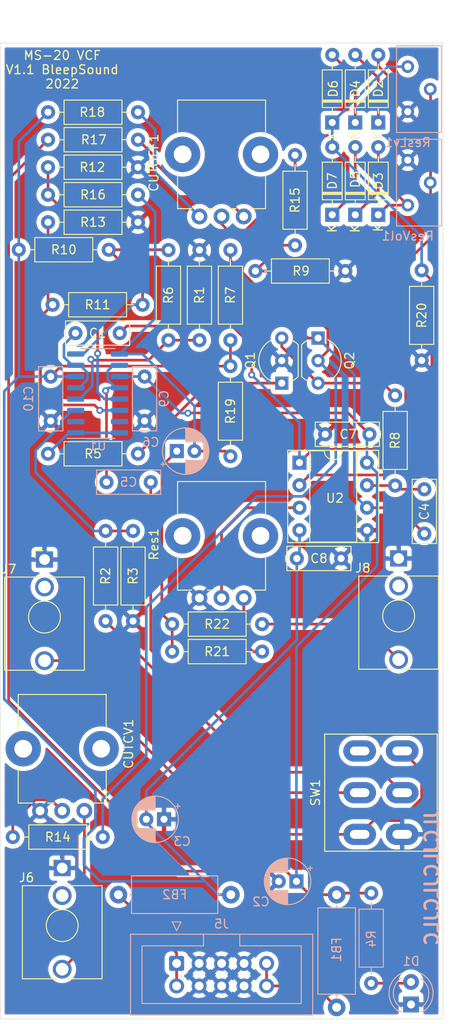
<source format=kicad_pcb>
(kicad_pcb (version 20211014) (generator pcbnew)
  (layers (0 "F.Cu" signal) (31 "B.Cu" signal) (34 "B.Paste" user) (35 "F.Paste" user) (36 "B.SilkS" user "B.Silkscreen") (37 "F.SilkS" user "F.Silkscreen") (38 "B.Mask" user) (39 "F.Mask" user) (44 "Edge.Cuts" user))
  (net 0 "")
  (net 1 "GND")
  (net 2 "+12V")
  (net 3 "-12V")
  (net 4 "Net-(C4-Pad1)")
  (net 5 "Net-(C5-Pad1)")
  (net 6 "Net-(C6-Pad2)")
  (net 7 "Net-(D3-Pad2)")
  (net 8 "Net-(R10-Pad2)")
  (net 9 "Net-(C1-Pad2)")
  (net 10 "Net-(C1-Pad1)")
  (net 11 "Net-(C4-Pad2)")
  (net 12 "/HPass")
  (net 13 "/Out1")
  (net 14 "Net-(CUTCV1-Pad2)")
  (net 15 "/CVIn")
  (net 16 "Net-(CUTOFF1-Pad1)")
  (net 17 "Net-(CUTOFF1-Pad2)")
  (net 18 "Net-(CUTOFF1-Pad3)")
  (net 19 "Net-(D1-Pad2)")
  (net 20 "Net-(D2-Pad2)")
  (net 21 "Net-(D2-Pad1)")
  (net 22 "Net-(D4-Pad1)")
  (net 23 "Net-(D5-Pad2)")
  (net 24 "Net-(D6-Pad1)")
  (net 25 "Net-(FB1-Pad2)")
  (net 26 "Net-(FB2-Pad2)")
  (net 27 "/LPass")
  (net 28 "/Cutoff")
  (net 29 "/ResOut")
  (net 30 "/FilterIn")
  (net 31 "/JackOut")
  (net 32 "Net-(Q1-Pad1)")
  (net 33 "Net-(Q1-Pad3)")
  (net 34 "Net-(R1-Pad2)")
  (net 35 "Net-(R2-Pad2)")
  (net 36 "Net-(R5-Pad2)")
  (net 37 "Net-(R11-Pad2)")
  (net 38 "Net-(R12-Pad2)")
  (net 39 "Net-(R21-Pad1)")
  (footprint "Capacitor_THT:C_Disc_D7.0mm_W2.5mm_P5.00mm" (layer "F.Cu") (at 82.9 86.8 -90)
    (fp_text reference "C4")
    (fp_text value "1nF")
  )
  (footprint "Synth:Pot-bourns-alpha" (layer "F.Cu") (at 44.5 123.05 90)
    (fp_text reference "CUTCV1")
    (fp_text value "100k")
  )
  (footprint "Synth:Pot-bourns-alpha" (layer "F.Cu") (at 62.5 56.05 90)
    (fp_text reference "CUTOFF1")
    (fp_text value "100k")
  )
  (footprint "Diode_THT:D_DO-35_SOD27_P7.62mm_Horizontal" (layer "F.Cu") (at 77.7 45.46 90)
    (fp_text reference "D2")
    (fp_text value "1N4148")
  )
  (footprint "Diode_THT:D_DO-35_SOD27_P7.62mm_Horizontal" (layer "F.Cu") (at 77.7 55.86 90)
    (fp_text reference "D3")
    (fp_text value "1N4148")
  )
  (footprint "Diode_THT:D_DO-35_SOD27_P7.62mm_Horizontal" (layer "F.Cu") (at 75.1 45.46 90)
    (fp_text reference "D4")
    (fp_text value "1N4148")
  )
  (footprint "Diode_THT:D_DO-35_SOD27_P7.62mm_Horizontal" (layer "F.Cu") (at 75.1 55.86 90)
    (fp_text reference "D5")
    (fp_text value "1N4148")
  )
  (footprint "Diode_THT:D_DO-35_SOD27_P7.62mm_Horizontal" (layer "F.Cu") (at 72.5 45.46 90)
    (fp_text reference "D6")
    (fp_text value "1N4148")
  )
  (footprint "Diode_THT:D_DO-35_SOD27_P7.62mm_Horizontal" (layer "F.Cu") (at 72.5 55.86 90)
    (fp_text reference "D7")
    (fp_text value "1N4148")
  )
  (footprint "Synth:Thonkiconn" (layer "F.Cu") (at 42 129.5)
    (fp_text reference "J6")
    (fp_text value "FilterCV1")
  )
  (footprint "Synth:Thonkiconn" (layer "F.Cu") (at 40 94.72)
    (fp_text reference "J7")
    (fp_text value "FilterIn1")
  )
  (footprint "Synth:Thonkiconn" (layer "F.Cu") (at 80 94.6)
    (fp_text reference "J8")
    (fp_text value "FilterOut1")
  )
  (footprint "Package_TO_SOT_THT:TO-92_Inline_Wide" (layer "F.Cu") (at 66.8 74.84 90)
    (fp_text reference "Q1")
    (fp_text value "BC559")
  )
  (footprint "Package_TO_SOT_THT:TO-92_Inline_Wide" (layer "F.Cu") (at 70.9 69.76 -90)
    (fp_text reference "Q2")
    (fp_text value "BC559")
  )
  (footprint "Resistor_THT:R_Axial_DIN0207_L6.3mm_D2.5mm_P10.16mm_Horizontal" (layer "F.Cu") (at 57.5 59.84 -90)
    (fp_text reference "R1")
    (fp_text value "470")
  )
  (footprint "Resistor_THT:R_Axial_DIN0207_L6.3mm_D2.5mm_P10.16mm_Horizontal" (layer "F.Cu") (at 50 101.66 90)
    (fp_text reference "R3")
    (fp_text value "470")
  )
  (footprint "Resistor_THT:R_Axial_DIN0207_L6.3mm_D2.5mm_P10.16mm_Horizontal" (layer "F.Cu") (at 50.56 82.8 180)
    (fp_text reference "R5")
    (fp_text value "2.2k")
  )
  (footprint "Resistor_THT:R_Axial_DIN0207_L6.3mm_D2.5mm_P10.16mm_Horizontal" (layer "F.Cu") (at 54 70 90)
    (fp_text reference "R6")
    (fp_text value "100k")
  )
  (footprint "Resistor_THT:R_Axial_DIN0207_L6.3mm_D2.5mm_P10.16mm_Horizontal" (layer "F.Cu") (at 61 70 90)
    (fp_text reference "R7")
    (fp_text value "100k")
  )
  (footprint "Resistor_THT:R_Axial_DIN0207_L6.3mm_D2.5mm_P10.16mm_Horizontal" (layer "F.Cu") (at 73.98 62.2 180)
    (fp_text reference "R9")
    (fp_text value "2.2k")
  )
  (footprint "Resistor_THT:R_Axial_DIN0207_L6.3mm_D2.5mm_P10.16mm_Horizontal" (layer "F.Cu") (at 51.08 66 180)
    (fp_text reference "R11")
    (fp_text value "100k")
  )
  (footprint "Resistor_THT:R_Axial_DIN0207_L6.3mm_D2.5mm_P10.16mm_Horizontal" (layer "F.Cu") (at 50.56 50.5 180)
    (fp_text reference "R12")
    (fp_text value "470")
  )
  (footprint "Resistor_THT:R_Axial_DIN0207_L6.3mm_D2.5mm_P10.16mm_Horizontal" (layer "F.Cu") (at 50.56 56.7 180)
    (fp_text reference "R13")
    (fp_text value "470")
  )
  (footprint "Resistor_THT:R_Axial_DIN0207_L6.3mm_D2.5mm_P10.16mm_Horizontal" (layer "F.Cu") (at 46.58 126 180)
    (fp_text reference "R14")
    (fp_text value "82k")
  )
  (footprint "Resistor_THT:R_Axial_DIN0207_L6.3mm_D2.5mm_P10.16mm_Horizontal" (layer "F.Cu") (at 68.3 59.3 90)
    (fp_text reference "R15")
    (fp_text value "100k")
  )
  (footprint "Resistor_THT:R_Axial_DIN0207_L6.3mm_D2.5mm_P10.16mm_Horizontal" (layer "F.Cu") (at 40.4 53.6)
    (fp_text reference "R16")
    (fp_text value "100k")
  )
  (footprint "Resistor_THT:R_Axial_DIN0207_L6.3mm_D2.5mm_P10.16mm_Horizontal" (layer "F.Cu") (at 50.56 47.4 180)
    (fp_text reference "R17")
    (fp_text value "33k")
  )
  (footprint "Resistor_THT:R_Axial_DIN0207_L6.3mm_D2.5mm_P10.16mm_Horizontal" (layer "F.Cu") (at 40.4 44.3)
    (fp_text reference "R18")
    (fp_text value "56k")
  )
  (footprint "Resistor_THT:R_Axial_DIN0207_L6.3mm_D2.5mm_P10.16mm_Horizontal" (layer "F.Cu") (at 82.6 72.28 90)
    (fp_text reference "R20")
    (fp_text value "2.2k")
  )
  (footprint "Resistor_THT:R_Axial_DIN0207_L6.3mm_D2.5mm_P10.16mm_Horizontal" (layer "F.Cu") (at 64.58 105.1 180)
    (fp_text reference "R21")
    (fp_text value "1k")
  )
  (footprint "Resistor_THT:R_Axial_DIN0207_L6.3mm_D2.5mm_P10.16mm_Horizontal" (layer "F.Cu") (at 64.58 102 180)
    (fp_text reference "R22")
    (fp_text value "1k")
  )
  (footprint "Synth:Pot-bourns-alpha" (layer "F.Cu") (at 62.5 99.05 90)
    (fp_text reference "Res1")
    (fp_text value "100k")
  )
  (footprint "Synth:SW_DPDT_Toggle" (layer "F.Cu") (at 78 121 90)
    (fp_text reference "SW1")
    (fp_text value "Hpass/Lpass Switch")
  )
  (footprint "Resistor_THT:R_Axial_DIN0207_L6.3mm_D2.5mm_P10.16mm_Horizontal" (layer "F.Cu") (at 79.6 76.22 -90)
    (fp_text reference "R8")
    (fp_text value "1k")
  )
  (footprint "Package_DIP:DIP-8_W7.62mm_Socket" (layer "F.Cu") (at 68.8 83.8)
    (fp_text reference "U2")
    (fp_text value "TL072")
  )
  (footprint "Capacitor_THT:C_Disc_D7.0mm_W2.5mm_P5.00mm" (layer "F.Cu") (at 43.5 69.2)
    (fp_text reference "C1")
    (fp_text value "1nF")
  )
  (footprint "Resistor_THT:R_Axial_DIN0207_L6.3mm_D2.5mm_P10.16mm_Horizontal" (layer "F.Cu") (at 46.9 101.66 90)
    (fp_text reference "R2")
    (fp_text value "100k")
  )
  (footprint "Resistor_THT:R_Axial_DIN0207_L6.3mm_D2.5mm_P10.16mm_Horizontal" (layer "F.Cu") (at 37.1 59.8)
    (fp_text reference "R10")
    (fp_text value "1.8k")
  )
  (footprint "Resistor_THT:R_Axial_DIN0207_L6.3mm_D2.5mm_P10.16mm_Horizontal" (layer "F.Cu") (at 61 72.92 -90)
    (fp_text reference "R19")
    (fp_text value "1.8k")
  )
  (footprint "Capacitor_THT:C_Disc_D7.0mm_W2.5mm_P5.00mm" (layer "F.Cu") (at 76.7 80.6 180)
    (fp_text reference "C7")
    (fp_text value "100nF")
  )
  (footprint "Capacitor_THT:C_Disc_D7.0mm_W2.5mm_P5.00mm" (layer "F.Cu") (at 73.5 94.6 180)
    (fp_text reference "C8")
    (fp_text value "100nF")
  )
  (footprint "Capacitor_THT:CP_Radial_D5.0mm_P2.00mm" (layer "B.Cu") (at 68.455112 131 180)
    (fp_text reference "C2")
    (fp_text value "10uF")
  )
  (footprint "Capacitor_THT:CP_Radial_D5.0mm_P2.00mm" (layer "B.Cu") (at 53.5 124 180)
    (fp_text reference "C3")
    (fp_text value "10uF")
  )
  (footprint "Capacitor_THT:CP_Radial_D5.0mm_P2.00mm" (layer "B.Cu") (at 54.944888 82.5)
    (fp_text reference "C6")
    (fp_text value "10uF")
  )
  (footprint "LED_THT:LED_D4.0mm" (layer "B.Cu") (at 81.4 144.875 90)
    (fp_text reference "D1")
    (fp_text value "LED-12V")
  )
  (footprint "Inductor_THT:L_Axial_L9.5mm_D4.0mm_P12.70mm_Horizontal_Fastron_SMCC" (layer "B.Cu") (at 61.05 132.5 180)
    (fp_text reference "FB2")
    (fp_text value "10R")
  )
  (footprint "Connector_IDC:IDC-Header_2x05_P2.54mm_Vertical" (layer "B.Cu") (at 54.925 140.2475 -90)
    (fp_text reference "J5")
    (fp_text value "Power Input")
  )
  (footprint "Potentiometer_THT:Potentiometer_Bourns_3386X_Horizontal" (layer "B.Cu") (at 81.03 44.24)
    (fp_text reference "ResLv1")
    (fp_text value "10k")
  )
  (footprint "Potentiometer_THT:Potentiometer_Bourns_3386X_Horizontal" (layer "B.Cu") (at 81.03 54.78)
    (fp_text reference "ResVol1")
    (fp_text value "10k")
  )
  (footprint "Resistor_THT:R_Axial_DIN0207_L6.3mm_D2.5mm_P10.16mm_Horizontal" (layer "B.Cu") (at 76.9 132.32 -90)
    (fp_text reference "R4")
    (fp_text value "2.2k")
  )
  (footprint "Inductor_THT:L_Axial_L9.5mm_D4.0mm_P12.70mm_Horizontal_Fastron_SMCC" (layer "B.Cu") (at 73 132.5 -90)
    (fp_text reference "FB1")
    (fp_text value "10R")
  )
  (footprint "Package_SO:SOIC-16_3.9x9.9mm_P1.27mm" (layer "B.Cu") (at 46 76)
    (fp_text reference "U1")
    (fp_text value "LM13700")
  )
  (footprint "Capacitor_THT:C_Disc_D7.0mm_W2.5mm_P5.00mm" (layer "B.Cu") (at 47 86)
    (fp_text reference "C5")
    (fp_text value "1nF")
  )
  (footprint "Capacitor_THT:C_Disc_D7.0mm_W2.5mm_P5.00mm" (layer "B.Cu") (at 51.3 74.1 -90)
    (fp_text reference "C9")
    (fp_text value "100nF")
  )
  (footprint "Capacitor_THT:C_Disc_D7.0mm_W2.5mm_P5.00mm" (layer "B.Cu") (at 40.7 79.1 90)
    (fp_text reference "C10")
    (fp_text value "100nF")
  )
  (gr_line (start 85 36.5) (end 85 146.5) (layer "Edge.Cuts") (width 0.05))
  (gr_line (start 35 36.5) (end 85 36.5) (layer "Edge.Cuts") (width 0.05))
  (gr_line (start 35 36.5) (end 35 146.5) (layer "Edge.Cuts") (width 0.05))
  (gr_line (start 35 146.5) (end 85 146.5) (layer "Edge.Cuts") (width 0.05))
  (gr_text "JLCJLCJLCJLC" (at 83.75 130.5 90) (layer "B.SilkS") (effects (font (size 1.5 1.5) (thickness 0.3)) (justify mirror)))
  (gr_text "MS-20 VCF\nV1.1 BleepSound\n2022" (at 42 39.5) (layer "F.SilkS") (effects (font (size 1 1))))
  (segment (start 56.219954 78.2) (end 56.195388 78.224566) (width 0.3) (layer "F.Cu") (net 2))
  (segment (start 76.9 132.32) (end 73.18 132.32) (width 0.3) (layer "F.Cu") (net 2))
  (segment (start 35.95 110.65) (end 35.95 51.85) (width 0.3) (layer "F.Cu") (net 2))
  (segment (start 69.955112 132.5) (end 68.455112 131) (width 0.3) (layer "F.Cu") (net 2))
  (segment (start 74.3 78.2) (end 56.219954 78.2) (width 0.3) (layer "F.Cu") (net 2))
  (segment (start 73 132.5) (end 69.955112 132.5) (width 0.3) (layer "F.Cu") (net 2))
  (segment (start 35.95 51.85) (end 40.4 47.4) (width 0.3) (layer "F.Cu") (net 2))
  (segment (start 73.18 132.32) (end 73 132.5) (width 0.3) (layer "F.Cu") (net 2))
  (segment (start 67.305112 129.85) (end 55.15 129.85) (width 0.3) (layer "F.Cu") (net 2))
  (segment (start 55.15 129.85) (end 35.95 110.65) (width 0.3) (layer "F.Cu") (net 2))
  (segment (start 68.455112 131) (end 67.305112 129.85) (width 0.3) (layer "F.Cu") (net 2))
  (segment (start 76.7 80.6) (end 74.3 78.2) (width 0.3) (layer "F.Cu") (net 2))
  (via (at 56.195388 78.224566) (size 0.8) (drill 0.4) (layers "F.Cu" "B.Cu") (net 2))
  (segment (start 68.455112 131) (end 68.455112 104.551994) (width 0.3) (layer "B.Cu") (net 2))
  (segment (start 77.57 84.95) (end 76.42 83.8) (width 0.3) (layer "B.Cu") (net 2))
  (segment (start 68.455112 104.551994) (end 77.57 95.437106) (width 0.3) (layer "B.Cu") (net 2))
  (segment (start 51.295 74.095) (end 51.3 74.1) (width 0.3) (layer "B.Cu") (net 2))
  (segment (start 48.475 74.095) (end 51.295 74.095) (width 0.3) (layer "B.Cu") (net 2))
  (segment (start 55.424566 78.224566) (end 51.3 74.1) (width 0.3) (layer "B.Cu") (net 2))
  (segment (start 76.42 80.88) (end 76.7 80.6) (width 0.3) (layer "B.Cu") (net 2))
  (segment (start 56.195388 78.224566) (end 55.424566 78.224566) (width 0.3) (layer "B.Cu") (net 2))
  (segment (start 77.57 95.437106) (end 77.57 84.95) (width 0.3) (layer "B.Cu") (net 2))
  (segment (start 76.42 83.8) (end 76.42 80.88) (width 0.3) (layer "B.Cu") (net 2))
  (segment (start 41.88 72.92) (end 61 72.92) (width 0.3) (layer "F.Cu") (net 3))
  (segment (start 40.7 74.1) (end 41.88 72.92) (width 0.3) (layer "F.Cu") (net 3))
  (segment (start 61 70) (end 61 72.92) (width 0.3) (layer "F.Cu") (net 3))
  (segment (start 35.45 75.75) (end 35.45 110.45) (width 0.3) (layer "B.Cu") (net 3))
  (segment (start 68.8 91.42) (end 68.8 94.3) (width 0.3) (layer "B.Cu") (net 3))
  (segment (start 37.1 59.8) (end 37.1 47.6) (width 0.3) (layer "B.Cu") (net 3))
  (segment (start 44.45 129.15) (end 46.3 131) (width 0.3) (layer "B.Cu") (net 3))
  (segment (start 45.75 120.75) (end 45.75 124.85) (width 0.3) (layer "B.Cu") (net 3))
  (segment (start 37.1 74.1) (end 40.7 74.1) (width 0.3) (layer "B.Cu") (net 3))
  (segment (start 37.1 74.1) (end 35.45 75.75) (width 0.3) (layer "B.Cu") (net 3))
  (segment (start 40.705 74.095) (end 40.7 74.1) (width 0.3) (layer "B.Cu") (net 3))
  (segment (start 68.8 94.3) (end 68.5 94.6) (width 0.3) (layer "B.Cu") (net 3))
  (segment (start 51.5 124) (end 51.5 120.8) (width 0.3) (layer "B.Cu") (net 3))
  (segment (start 61.05 132.5) (end 59.635787 132.5) (width 0.3) (layer "B.Cu") (net 3))
  (segment (start 68.5 103.8) (end 68.5 94.6) (width 0.3) (layer "B.Cu") (net 3))
  (segment (start 46.3 131) (end 58.135787 131) (width 0.3) (layer "B.Cu") (net 3))
  (segment (start 44.45 126.15) (end 44.45 129.15) (width 0.3) (layer "B.Cu") (net 3))
  (segment (start 45.75 124.85) (end 44.45 126.15) (width 0.3) (layer "B.Cu") (net 3))
  (segment (start 35.45 110.45) (end 45.75 120.75) (width 0.3) (layer "B.Cu") (net 3))
  (segment (start 58.135787 131) (end 59.635787 132.5) (width 0.3) (layer "B.Cu") (net 3))
  (segment (start 59.635787 132.5) (end 51.5 124.364213) (width 0.3) (layer "B.Cu") (net 3))
  (segment (start 37.1 47.6) (end 40.4 44.3) (width 0.3) (layer "B.Cu") (net 3))
  (segment (start 51.5 124.364213) (end 51.5 124) (width 0.3) (layer "B.Cu") (net 3))
  (segment (start 43.525 74.095) (end 40.705 74.095) (width 0.3) (layer "B.Cu") (net 3))
  (segment (start 37.1 74.1) (end 37.1 59.8) (width 0.3) (layer "B.Cu") (net 3))
  (segment (start 51.5 120.8) (end 68.5 103.8) (width 0.3) (layer "B.Cu") (net 3))
  (segment (start 79.6 86.38) (end 76.46 86.38) (width 0.3) (layer "F.Cu") (net 4))
  (segment (start 82.9 86.8) (end 80.02 86.8) (width 0.3) (layer "F.Cu") (net 4))
  (segment (start 80.02 86.8) (end 79.6 86.38) (width 0.3) (layer "F.Cu") (net 4))
  (segment (start 76.46 86.38) (end 76.42 86.34) (width 0.3) (layer "F.Cu") (net 4))
  (segment (start 47 75.8) (end 46.9 75.7) (width 0.3) (layer "F.Cu") (net 5))
  (segment (start 47 86) (end 47 75.8) (width 0.3) (layer "F.Cu") (net 5))
  (via (at 46.9 75.7) (size 0.8) (drill 0.4) (layers "F.Cu" "B.Cu") (net 5))
  (segment (start 47.15 74.452107) (end 47.15 73.45) (width 0.3) (layer "B.Cu") (net 5))
  (segment (start 47.15 73.45) (end 47.775 72.825) (width 0.3) (layer "B.Cu") (net 5))
  (segment (start 47.775 72.825) (end 48.475 72.825) (width 0.3) (layer "B.Cu") (net 5))
  (segment (start 48.475 75.365) (end 48.062893 75.365) (width 0.3) (layer "B.Cu") (net 5))
  (segment (start 46.9 75.7) (end 47.235 75.365) (width 0.3) (layer "B.Cu") (net 5))
  (segment (start 47.235 75.365) (end 48.475 75.365) (width 0.3) (layer "B.Cu") (net 5))
  (segment (start 48.062893 75.365) (end 47.15 74.452107) (width 0.3) (layer "B.Cu") (net 5))
  (segment (start 60.42 82.5) (end 61 83.08) (width 0.3) (layer "F.Cu") (net 6))
  (segment (start 56.944888 82.5) (end 60.42 82.5) (width 0.3) (layer "F.Cu") (net 6))
  (segment (start 51.074312 71.555) (end 56.944888 77.425576) (width 0.3) (layer "B.Cu") (net 6))
  (segment (start 52.5 67.53) (end 52.5 55.54) (width 0.3) (layer "B.Cu") (net 6))
  (segment (start 48.475 71.555) (end 51.074312 71.555) (width 0.3) (layer "B.Cu") (net 6))
  (segment (start 52.5 55.54) (end 50.56 53.6) (width 0.3) (layer "B.Cu") (net 6))
  (segment (start 48.475 71.555) (end 52.5 67.53) (width 0.3) (layer "B.Cu") (net 6))
  (segment (start 56.944888 77.425576) (end 56.944888 82.5) (width 0.3) (layer "B.Cu") (net 6))
  (segment (start 77.7 48.24) (end 77.7 53.26) (width 0.3) (layer "F.Cu") (net 7))
  (segment (start 77.7 53.26) (end 75.1 55.86) (width 0.3) (layer "F.Cu") (net 7))
  (segment (start 53.96 59.8) (end 54 59.84) (width 0.3) (layer "F.Cu") (net 8))
  (segment (start 47.26 59.8) (end 53.96 59.8) (width 0.3) (layer "F.Cu") (net 8))
  (segment (start 51.08 66) (end 51.08 63.62) (width 0.3) (layer "F.Cu") (net 8))
  (segment (start 51.08 63.62) (end 47.26 59.8) (width 0.3) (layer "F.Cu") (net 8))
  (segment (start 49.94863 66) (end 44.39363 71.555) (width 0.3) (layer "B.Cu") (net 8))
  (segment (start 51.08 66) (end 49.94863 66) (width 0.3) (layer "B.Cu") (net 8))
  (segment (start 44.39363 71.555) (end 43.525 71.555) (width 0.3) (layer "B.Cu") (net 8))
  (segment (start 49.299999 68.400001) (end 61.200001 68.400001) (width 0.3) (layer "F.Cu") (net 9))
  (segment (start 70.299311 82.300689) (end 68.8 83.8) (width 0.3) (layer "F.Cu") (net 9))
  (segment (start 83.6 41.73) (end 83.57 41.7) (width 0.3) (layer "F.Cu") (net 9))
  (segment (start 83.6 58.5) (end 80.8 61.3) (width 0.3) (layer "F.Cu") (net 9))
  (segment (start 80.8 79.7) (end 78.199311 82.300689) (width 0.3) (layer "F.Cu") (net 9))
  (segment (start 83.6 52.27) (end 83.6 58.5) (width 0.3) (layer "F.Cu") (net 9))
  (segment (start 80.8 61.3) (end 80.8 79.7) (width 0.3) (layer "F.Cu") (net 9))
  (segment (start 83.57 52.24) (end 83.6 52.21) (width 0.3) (layer "F.Cu") (net 9))
  (segment (start 83.57 52.24) (end 83.6 52.27) (width 0.3) (layer "F.Cu") (net 9))
  (segment (start 78.199311 82.300689) (end 70.299311 82.300689) (width 0.3) (layer "F.Cu") (net 9))
  (segment (start 63.4 70.6) (end 63.4 73.9) (width 0.3) (layer "F.Cu") (net 9))
  (segment (start 48.5 69.2) (end 49.299999 68.400001) (width 0.3) (layer "F.Cu") (net 9))
  (segment (start 83.6 52.21) (end 83.6 41.73) (width 0.3) (layer "F.Cu") (net 9))
  (segment (start 61.200001 68.400001) (end 63.4 70.6) (width 0.3) (layer "F.Cu") (net 9))
  (via (at 63.4 73.9) (size 0.8) (drill 0.4) (layers "F.Cu" "B.Cu") (net 9))
  (segment (start 63.4 73.9) (end 68.8 79.3) (width 0.3) (layer "B.Cu") (net 9))
  (segment (start 68.8 79.3) (end 68.8 83.8) (width 0.3) (layer "B.Cu") (net 9))
  (segment (start 43.525 72.825) (end 43.112893 72.825) (width 0.3) (layer "B.Cu") (net 10))
  (segment (start 42.2 70.5) (end 43.5 69.2) (width 0.3) (layer "B.Cu") (net 10))
  (segment (start 44.85 74.452107) (end 44.85 73.65) (width 0.3) (layer "B.Cu") (net 10))
  (segment (start 43.525 75.365) (end 43.937107 75.365) (width 0.3) (layer "B.Cu") (net 10))
  (segment (start 44.025 72.825) (end 43.525 72.825) (width 0.3) (layer "B.Cu") (net 10))
  (segment (start 43.112893 72.825) (end 42.2 71.912107) (width 0.3) (layer "B.Cu") (net 10))
  (segment (start 43.937107 75.365) (end 44.85 74.452107) (width 0.3) (layer "B.Cu") (net 10))
  (segment (start 44.85 73.65) (end 44.025 72.825) (width 0.3) (layer "B.Cu") (net 10))
  (segment (start 42.2 71.912107) (end 42.2 70.5) (width 0.3) (layer "B.Cu") (net 10))
  (segment (start 76.42 88.88) (end 79.98 88.88) (width 0.3) (layer "F.Cu") (net 11))
  (segment (start 69.753654 69.76) (end 61 61.006346) (width 0.3) (layer "F.Cu") (net 11))
  (segment (start 70.9 69.76) (end 69.753654 69.76) (width 0.3) (layer "F.Cu") (net 11))
  (segment (start 61 61.006346) (end 61 59.84) (width 0.3) (layer "F.Cu") (net 11))
  (segment (start 79.98 88.88) (end 82.9 91.8) (width 0.3) (layer "F.Cu") (net 11))
  (segment (start 75 87.46) (end 76.42 88.88) (width 0.3) (layer "B.Cu") (net 11))
  (segment (start 70.9 69.76) (end 75 73.86) (width 0.3) (layer "B.Cu") (net 11))
  (segment (start 75 73.86) (end 75 87.46) (width 0.3) (layer "B.Cu") (net 11))
  (segment (start 80.4 121) (end 78.1 118.7) (width 0.3) (layer "F.Cu") (net 12))
  (segment (start 52 104.9) (end 52 86) (width 0.3) (layer "F.Cu") (net 12))
  (segment (start 65.8 118.7) (end 52 104.9) (width 0.3) (layer "F.Cu") (net 12))
  (segment (start 78.1 118.7) (end 65.8 118.7) (width 0.3) (layer "F.Cu") (net 12))
  (segment (start 54.42 102) (end 53.25 100.83) (width 0.3) (layer "F.Cu") (net 13))
  (segment (start 53.25 84.194888) (end 54.944888 82.5) (width 0.3) (layer "F.Cu") (net 13))
  (segment (start 53.25 100.83) (end 53.25 84.194888) (width 0.3) (layer "F.Cu") (net 13))
  (segment (start 54.42 105.1) (end 54.42 102) (width 0.3) (layer "F.Cu") (net 13))
  (segment (start 38.982233 121.8) (end 40.75 121.8) (width 0.3) (layer "F.Cu") (net 14))
  (segment (start 36.42 126) (end 36.42 124.362233) (width 0.3) (layer "F.Cu") (net 14))
  (segment (start 40.75 121.8) (end 42 123.05) (width 0.3) (layer "F.Cu") (net 14))
  (segment (start 36.42 124.362233) (end 38.982233 121.8) (width 0.3) (layer "F.Cu") (net 14))
  (segment (start 44.5 138.4) (end 42 140.9) (width 0.3) (layer "F.Cu") (net 15))
  (segment (start 44.5 123.05) (end 44.5 138.4) (width 0.3) (layer "F.Cu") (net 15))
  (segment (start 50.56 47.4) (end 52.5 49.34) (width 0.3) (layer "F.Cu") (net 16))
  (segment (start 59.45 53) (end 62.5 56.05) (width 0.3) (layer "F.Cu") (net 16))
  (segment (start 52.5 50) (end 55.5 53) (width 0.3) (layer "F.Cu") (net 16))
  (segment (start 52.5 49.34) (end 52.5 50) (width 0.3) (layer "F.Cu") (net 16))
  (segment (start 55.5 53) (end 59.45 53) (width 0.3) (layer "F.Cu") (net 16))
  (segment (start 68.3 49.14) (end 68.3 52.017767) (width 0.3) (layer "F.Cu") (net 17))
  (segment (start 68.3 52.017767) (end 62.717767 57.6) (width 0.3) (layer "F.Cu") (net 17))
  (segment (start 62.717767 57.6) (end 60.7 57.6) (width 0.3) (layer "F.Cu") (net 17))
  (segment (start 60 56.05) (end 60 56.9) (width 0.3) (layer "F.Cu") (net 17))
  (segment (start 60 56.9) (end 60.7 57.6) (width 0.3) (layer "F.Cu") (net 17))
  (segment (start 52.5 46.24) (end 50.56 44.3) (width 0.3) (layer "B.Cu") (net 18))
  (segment (start 52.5 51.05) (end 52.5 46.24) (width 0.3) (layer "B.Cu") (net 18))
  (segment (start 57.5 56.05) (end 52.5 51.05) (width 0.3) (layer "B.Cu") (net 18))
  (segment (start 76.9 142.48) (end 81.255 142.48) (width 0.3) (layer "F.Cu") (net 19))
  (segment (start 81.255 142.48) (end 81.4 142.335) (width 0.3) (layer "F.Cu") (net 19))
  (segment (start 81.03 54.78) (end 79.4 53.15) (width 0.3) (layer "F.Cu") (net 20))
  (segment (start 79.4 53.15) (end 79.4 40.8) (width 0.3) (layer "F.Cu") (net 20))
  (segment (start 81.03 54.78) (end 78.78 54.78) (width 0.3) (layer "F.Cu") (net 20))
  (segment (start 79.4 40.8) (end 77.7 39.1) (width 0.3) (layer "F.Cu") (net 20))
  (segment (start 77.7 39.1) (end 77.7 37.84) (width 0.3) (layer "F.Cu") (net 20))
  (segment (start 78.78 54.78) (end 77.7 55.86) (width 0.3) (layer "F.Cu") (net 20))
  (segment (start 77.7 40.44) (end 75.1 37.84) (width 0.3) (layer "F.Cu") (net 21))
  (segment (start 77.7 45.46) (end 77.7 40.44) (width 0.3) (layer "F.Cu") (net 21))
  (segment (start 75.1 45.46) (end 75.1 40.44) (width 0.3) (layer "F.Cu") (net 22))
  (segment (start 75.1 40.44) (end 72.5 37.84) (width 0.3) (layer "F.Cu") (net 22))
  (segment (start 75.1 48.24) (end 75.1 53.26) (width 0.3) (layer "F.Cu") (net 23))
  (segment (start 75.1 53.26) (end 72.5 55.86) (width 0.3) (layer "F.Cu") (net 23))
  (segment (start 83.75 63.27) (end 83.75 79.85) (width 0.3) (layer "F.Cu") (net 24))
  (segment (start 82.6 62.12) (end 83.75 63.27) (width 0.3) (layer "F.Cu") (net 24))
  (segment (start 83.75 79.85) (end 78.41 85.19) (width 0.3) (layer "F.Cu") (net 24))
  (segment (start 69.95 85.19) (end 68.8 86.34) (width 0.3) (layer "F.Cu") (net 24))
  (segment (start 78.41 85.19) (end 69.95 85.19) (width 0.3) (layer "F.Cu") (net 24))
  (segment (start 72.5 48.24) (end 82.6 58.34) (width 0.3) (layer "B.Cu") (net 24))
  (segment (start 78.8 39.16) (end 72.5 45.46) (width 0.3) (layer "B.Cu") (net 24))
  (segment (start 81.03 39.16) (end 78.8 39.16) (width 0.3) (layer "B.Cu") (net 24))
  (segment (start 72.5 45.46) (end 72.5 48.24) (width 0.3) (layer "B.Cu") (net 24))
  (segment (start 82.6 58.34) (end 82.6 62.12) (width 0.3) (layer "B.Cu") (net 24))
  (segment (start 70.5875 142.7875) (end 73 145.2) (width 0.3) (layer "F.Cu") (net 25))
  (segment (start 65.085 142.7875) (end 70.5875 142.7875) (width 0.3) (layer "F.Cu") (net 25))
  (segment (start 65.085 140.2475) (end 65.085 142.7875) (width 0.3) (layer "F.Cu") (net 25))
  (segment (start 54.925 140.2475) (end 54.925 139.075) (width 0.3) (layer "F.Cu") (net 26))
  (segment (start 54.925 139.075) (end 48.35 132.5) (width 0.3) (layer "F.Cu") (net 26))
  (segment (start 54.925 140.2475) (end 54.925 142.7875) (width 0.3) (layer "F.Cu") (net 26))
  (segment (start 66.24 121) (end 46.9 101.66) (width 0.3) (layer "F.Cu") (net 27))
  (segment (start 75.6 121) (end 66.24 121) (width 0.3) (layer "F.Cu") (net 27))
  (segment (start 65.4 62.2) (end 63.82 62.2) (width 0.3) (layer "F.Cu") (net 28))
  (segment (start 66.72 59.3) (end 63.82 62.2) (width 0.3) (layer "F.Cu") (net 28))
  (segment (start 68.3 59.3) (end 66.72 59.3) (width 0.3) (layer "F.Cu") (net 28))
  (segment (start 70.9 72.3) (end 72 71.2) (width 0.3) (layer "F.Cu") (net 28))
  (segment (start 72 71.2) (end 72 68.8) (width 0.3) (layer "F.Cu") (net 28))
  (segment (start 72 68.8) (end 65.4 62.2) (width 0.3) (layer "F.Cu") (net 28))
  (segment (start 64 87.6) (end 51.499311 100.100689) (width 0.3) (layer "B.Cu") (net 28))
  (segment (start 72.9 74.3) (end 72.9 83.866346) (width 0.3) (layer "B.Cu") (net 28))
  (segment (start 51.499311 116.800689) (end 46.58 121.72) (width 0.3) (layer "B.Cu") (net 28))
  (segment (start 69.166346 87.6) (end 64 87.6) (width 0.3) (layer "B.Cu") (net 28))
  (segment (start 72.9 83.866346) (end 69.166346 87.6) (width 0.3) (layer "B.Cu") (net 28))
  (segment (start 51.499311 100.100689) (end 51.499311 116.800689) (width 0.3) (layer "B.Cu") (net 28))
  (segment (start 70.9 72.3) (end 72.9 74.3) (width 0.3) (layer "B.Cu") (net 28))
  (segment (start 46.58 121.72) (end 46.58 126) (width 0.3) (layer "B.Cu") (net 28))
  (segment (start 60 91.7) (end 60 99.05) (width 0.3) (layer "F.Cu") (net 29))
  (segment (start 68.8 88.88) (end 62.82 88.88) (width 0.3) (layer "F.Cu") (net 29))
  (segment (start 62.82 88.88) (end 60 91.7) (width 0.3) (layer "F.Cu") (net 29))
  (segment (start 75.6 125.7) (end 77.15 124.15) (width 0.3) (layer "F.Cu") (net 30))
  (segment (start 82.6 121.642031) (end 82.6 118.5) (width 0.3) (layer "F.Cu") (net 30))
  (segment (start 40 106.12) (end 41.72 106.12) (width 0.3) (layer "F.Cu") (net 30))
  (segment (start 61.3 125.7) (end 75.6 125.7) (width 0.3) (layer "F.Cu") (net 30))
  (segment (start 41.72 106.12) (end 61.3 125.7) (width 0.3) (layer "F.Cu") (net 30))
  (segment (start 82.6 118.5) (end 80.4 116.3) (width 0.3) (layer "F.Cu") (net 30))
  (segment (start 77.15 124.15) (end 80.092031 124.15) (width 0.3) (layer "F.Cu") (net 30))
  (segment (start 80.092031 124.15) (end 82.6 121.642031) (width 0.3) (layer "F.Cu") (net 30))
  (segment (start 76 102) (end 64.58 102) (width 0.3) (layer "F.Cu") (net 31))
  (segment (start 80 106) (end 76 102) (width 0.3) (layer "F.Cu") (net 31))
  (segment (start 50.56 82.8) (end 58.52 74.84) (width 0.3) (layer "F.Cu") (net 32))
  (segment (start 58.52 74.84) (end 66.8 74.84) (width 0.3) (layer "F.Cu") (net 32))
  (segment (start 70.9 74.84) (end 78.22 74.84) (width 0.3) (layer "F.Cu") (net 33))
  (segment (start 70.9 74.84) (end 66.8 70.74) (width 0.3) (layer "F.Cu") (net 33))
  (segment (start 66.8 70.74) (end 66.8 69.76) (width 0.3) (layer "F.Cu") (net 33))
  (segment (start 78.22 74.84) (end 79.6 76.22) (width 0.3) (layer "F.Cu") (net 33))
  (segment (start 57.5 70) (end 54 70) (width 0.3) (layer "F.Cu") (net 34))
  (segment (start 45.241121 72.150468) (end 45.340653 72.25) (width 0.3) (layer "F.Cu") (net 34))
  (segment (start 51.75 72.25) (end 54 70) (width 0.3) (layer "F.Cu") (net 34))
  (segment (start 45.340653 72.25) (end 51.75 72.25) (width 0.3) (layer "F.Cu") (net 34))
  (via (at 45.241121 72.150468) (size 0.8) (drill 0.4) (layers "F.Cu" "B.Cu") (net 34))
  (segment (start 43.525 76.635) (end 43.937107 76.635) (width 0.3) (layer "B.Cu") (net 34))
  (segment (start 45.4 72.4) (end 45.4 72.309347) (width 0.3) (layer "B.Cu") (net 34))
  (segment (start 43.937107 76.635) (end 45.4 75.172107) (width 0.3) (layer "B.Cu") (net 34))
  (segment (start 45.4 72.309347) (end 45.241121 72.150468) (width 0.3) (layer "B.Cu") (net 34))
  (segment (start 45.4 75.172107) (end 45.4 72.4) (width 0.3) (layer "B.Cu") (net 34))
  (segment (start 50 91.5) (end 46.9 91.5) (width 0.3) (layer "F.Cu") (net 35))
  (segment (start 43.525 77.905) (end 43.112893 77.905) (width 0.3) (layer "B.Cu") (net 35))
  (segment (start 41.9 79.526346) (end 39 82.426346) (width 0.3) (layer "B.Cu") (net 35))
  (segment (start 41.9 79.117893) (end 41.9 79.526346) (width 0.3) (layer "B.Cu") (net 35))
  (segment (start 43.112893 77.905) (end 41.9 79.117893) (width 0.3) (layer "B.Cu") (net 35))
  (segment (start 39 84.9) (end 45.6 91.5) (width 0.3) (layer "B.Cu") (net 35))
  (segment (start 39 82.426346) (end 39 84.9) (width 0.3) (layer "B.Cu") (net 35))
  (segment (start 45.6 91.5) (end 46.9 91.5) (width 0.3) (layer "B.Cu") (net 35))
  (segment (start 42.755 80.445) (end 40.4 82.8) (width 0.3) (layer "B.Cu") (net 36))
  (segment (start 43.525 80.445) (end 42.755 80.445) (width 0.3) (layer "B.Cu") (net 36))
  (segment (start 48.475 80.445) (end 43.525 80.445) (width 0.3) (layer "B.Cu") (net 36))
  (segment (start 45.6455 77.3) (end 41.2 77.3) (width 0.3) (layer "F.Cu") (net 37))
  (segment (start 41.2 77.3) (end 39.55 75.65) (width 0.3) (layer "F.Cu") (net 37))
  (segment (start 39.55 75.65) (end 39.55 67.37) (width 0.3) (layer "F.Cu") (net 37))
  (segment (start 40.4 65.48) (end 40.92 66) (width 0.3) (layer "F.Cu") (net 37))
  (segment (start 39.55 67.37) (end 40.92 66) (width 0.3) (layer "F.Cu") (net 37))
  (segment (start 40.4 56.7) (end 40.4 65.48) (width 0.3) (layer "F.Cu") (net 37))
  (segment (start 46.2505 77.905) (end 45.6455 77.3) (width 0.3) (layer "F.Cu") (net 37))
  (via (at 46.2505 77.905) (size 0.8) (drill 0.4) (layers "F.Cu" "B.Cu") (net 37))
  (segment (start 48.475 77.905) (end 46.305 77.905) (width 0.3) (layer "B.Cu") (net 37))
  (segment (start 46.305 77.905) (end 46.3 77.9) (width 0.3) (layer "B.Cu") (net 37))
  (segment (start 46.295 77.905) (end 46.2505 77.905) (width 0.3) (layer "B.Cu") (net 37))
  (segment (start 46.3 77.9) (end 46.295 77.905) (width 0.3) (layer "B.Cu") (net 37))
  (segment (start 46 68.5) (end 43.4 65.9) (width 0.3) (layer "F.Cu") (net 38))
  (segment (start 43.4 56.6) (end 40.4 53.6) (width 0.3) (layer "F.Cu") (net 38))
  (segment (start 46 71.5) (end 46 68.5) (width 0.3) (layer "F.Cu") (net 38))
  (segment (start 43.4 65.9) (end 43.4 56.6) (width 0.3) (layer "F.Cu") (net 38))
  (segment (start 40.4 53.6) (end 40.4 50.5) (width 0.3) (layer "F.Cu") (net 38))
  (via (at 46 71.5) (size 0.8) (drill 0.4) (layers "F.Cu" "B.Cu") (net 38))
  (segment (start 48.475 76.635) (end 46.774339 76.635) (width 0.3) (layer "B.Cu") (net 38))
  (segment (start 46 75.860661) (end 46 71.5) (width 0.3) (layer "B.Cu") (net 38))
  (segment (start 46.774339 76.635) (end 46 75.860661) (width 0.3) (layer "B.Cu") (net 38))
  (segment (start 63.55 105.1) (end 64.58 105.1) (width 0.3) (layer "F.Cu") (net 39))
  (segment (start 62.5 104.05) (end 63.55 105.1) (width 0.3) (layer "F.Cu") (net 39))
  (segment (start 62.5 99.05) (end 62.5 104.05) (width 0.3) (layer "F.Cu") (net 39))
  (zone (net 1) (net_name "GND") (layer "F.Cu") (connect_pads (clearance 0.508)) (min_thickness 0.254) (fill yes (thermal_gap 0.508) (thermal_bridge_width 0.508))
    (polygon (pts (xy 85 146.5) (xy 35 146.5) (xy 35 36.5) (xy 85 36.5)))
  )
  (zone (net 1) (net_name "GND") (layer "B.Cu") (connect_pads (clearance 0.508)) (min_thickness 0.254) (fill yes (thermal_gap 0.508) (thermal_bridge_width 0.508))
    (polygon (pts (xy 85 146.5) (xy 35 146.5) (xy 35 36.5) (xy 85 36.5)))
  )
)
</source>
